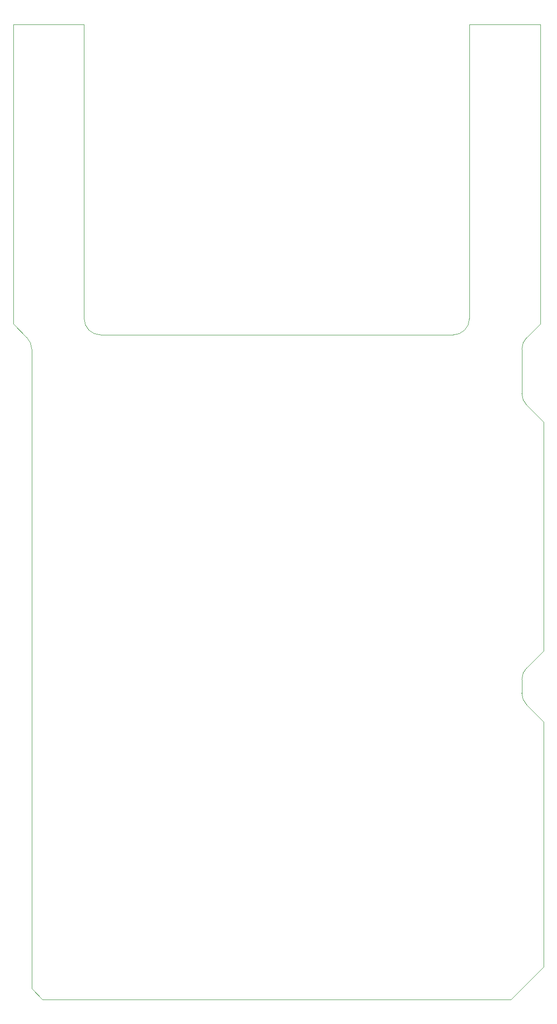
<source format=gbr>
%TF.GenerationSoftware,Altium Limited,Altium Designer,22.7.1 (60)*%
G04 Layer_Color=0*
%FSLAX45Y45*%
%MOMM*%
%TF.SameCoordinates,5A05AA2C-F857-43D8-A6CE-F15CAA79189D*%
%TF.FilePolarity,Positive*%
%TF.FileFunction,Profile,NP*%
%TF.Part,Single*%
G01*
G75*
%TA.AperFunction,Profile*%
%ADD52C,0.02540*%
D52*
X342430Y205000D02*
Y11943306D01*
D02*
G03*
X254562Y12155438I-300000J-1D01*
G01*
X5000Y12405000D01*
Y17905000D01*
X1305000D01*
Y12505000D01*
D02*
G03*
X1605000Y12205000I300000J0D01*
G01*
X8079860D01*
D02*
G03*
X8379860Y12505000I0J300000D01*
G01*
X8379860Y17905000D01*
X9679860D01*
Y12405000D01*
X9430298Y12155438D01*
D02*
G03*
X9342430Y11943306I212133J-212132D01*
G01*
X9342430Y11129264D01*
D02*
G03*
X9430298Y10917132I300000J0D01*
G01*
X9742430Y10605000D01*
Y6405000D01*
X9430298Y6092868D01*
D02*
G03*
X9342430Y5880736I212133J-212132D01*
G01*
X9342430Y5629264D01*
D02*
G03*
X9430298Y5417132I300000J0D01*
G01*
X9742430Y5105000D01*
Y605000D01*
X9142430Y5000D01*
X542430D01*
X342430Y205000D01*
%TF.MD5,83d31e4f8762adae0427f028b7aa5e1a*%
M02*

</source>
